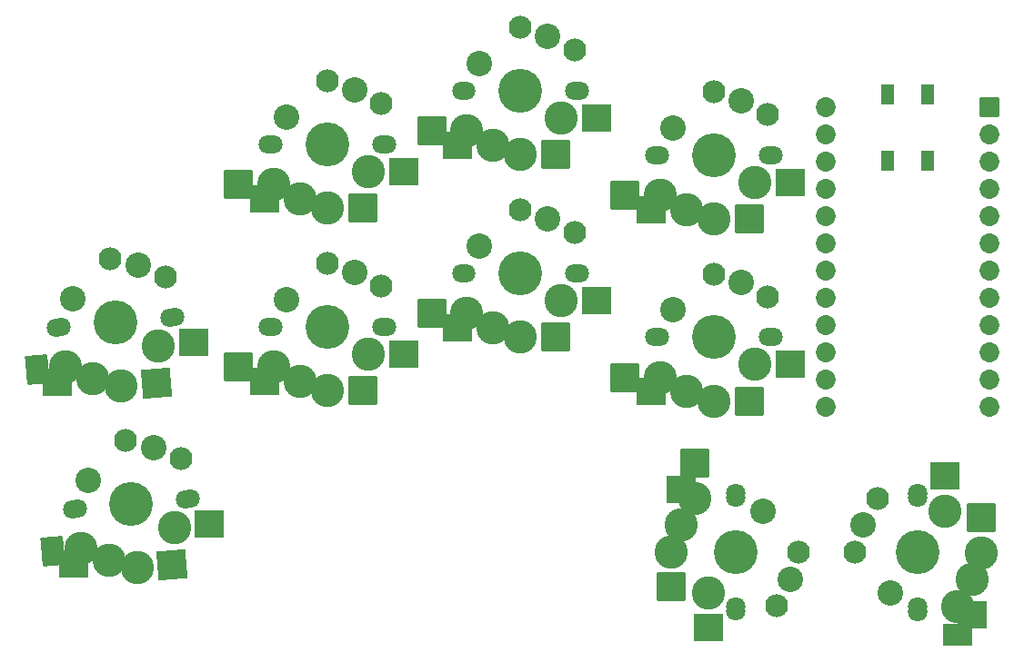
<source format=gbr>
%TF.GenerationSoftware,KiCad,Pcbnew,6.0.0-rc2*%
%TF.CreationDate,2021-12-17T22:08:25+01:00*%
%TF.ProjectId,nano0,6e616e6f-302e-46b6-9963-61645f706362,VERSION_HERE*%
%TF.SameCoordinates,Original*%
%TF.FileFunction,Soldermask,Bot*%
%TF.FilePolarity,Negative*%
%FSLAX46Y46*%
G04 Gerber Fmt 4.6, Leading zero omitted, Abs format (unit mm)*
G04 Created by KiCad (PCBNEW 6.0.0-rc2) date 2021-12-17 22:08:25*
%MOMM*%
%LPD*%
G01*
G04 APERTURE LIST*
G04 Aperture macros list*
%AMRoundRect*
0 Rectangle with rounded corners*
0 $1 Rounding radius*
0 $2 $3 $4 $5 $6 $7 $8 $9 X,Y pos of 4 corners*
0 Add a 4 corners polygon primitive as box body*
4,1,4,$2,$3,$4,$5,$6,$7,$8,$9,$2,$3,0*
0 Add four circle primitives for the rounded corners*
1,1,$1+$1,$2,$3*
1,1,$1+$1,$4,$5*
1,1,$1+$1,$6,$7*
1,1,$1+$1,$8,$9*
0 Add four rect primitives between the rounded corners*
20,1,$1+$1,$2,$3,$4,$5,0*
20,1,$1+$1,$4,$5,$6,$7,0*
20,1,$1+$1,$6,$7,$8,$9,0*
20,1,$1+$1,$8,$9,$2,$3,0*%
G04 Aperture macros list end*
%ADD10RoundRect,0.050000X0.550000X-0.900000X0.550000X0.900000X-0.550000X0.900000X-0.550000X-0.900000X0*%
%ADD11C,3.529000*%
%ADD12C,1.801800*%
%ADD13C,2.132000*%
%ADD14C,4.087800*%
%ADD15C,2.386000*%
%ADD16C,3.100000*%
%ADD17RoundRect,0.050000X1.181751X1.408356X-1.408356X1.181751X-1.181751X-1.408356X1.408356X-1.181751X0*%
%ADD18RoundRect,0.050000X0.882892X1.382209X-1.109497X1.207897X-0.882892X-1.382209X1.109497X-1.207897X0*%
%ADD19RoundRect,0.050000X1.275000X1.250000X-1.275000X1.250000X-1.275000X-1.250000X1.275000X-1.250000X0*%
%ADD20RoundRect,0.050000X1.300000X1.300000X-1.300000X1.300000X-1.300000X-1.300000X1.300000X-1.300000X0*%
%ADD21RoundRect,0.050000X1.300000X-1.300000X1.300000X1.300000X-1.300000X1.300000X-1.300000X-1.300000X0*%
%ADD22RoundRect,0.050000X-1.300000X1.300000X-1.300000X-1.300000X1.300000X-1.300000X1.300000X1.300000X0*%
%ADD23RoundRect,0.050000X-1.300000X1.000000X-1.300000X-1.000000X1.300000X-1.000000X1.300000X1.000000X0*%
%ADD24RoundRect,0.050000X-0.876300X0.876300X-0.876300X-0.876300X0.876300X-0.876300X0.876300X0.876300X0*%
%ADD25C,1.852600*%
G04 APERTURE END LIST*
D10*
%TO.C,B1*%
X248992000Y-123750000D03*
X248992000Y-117550000D03*
X245292000Y-123750000D03*
X245292000Y-117550000D03*
%TD*%
D11*
%TO.C,S1*%
X174893365Y-155708351D03*
D12*
X180372436Y-155228994D03*
X169414294Y-156187708D03*
D13*
X179543147Y-151487032D03*
X174379146Y-149830802D03*
%TD*%
D14*
%TO.C,S2*%
X174893365Y-155708351D03*
D12*
X179954034Y-155265600D03*
X169832696Y-156151102D03*
D15*
X176980948Y-150426306D03*
X170876488Y-153510080D03*
%TD*%
D11*
%TO.C,S3*%
X174893365Y-155708351D03*
D12*
X169414294Y-156187708D03*
X180372436Y-155228994D03*
D16*
X170239226Y-159879860D03*
X175411942Y-161635709D03*
D17*
X178674479Y-161350274D03*
D18*
X167574405Y-160113002D03*
%TD*%
D14*
%TO.C,S4*%
X174893365Y-155708351D03*
D12*
X169832696Y-156151102D03*
X179954034Y-155265600D03*
D16*
X172805782Y-160990396D03*
X178910242Y-157906622D03*
D19*
X182172780Y-157621187D03*
X169516347Y-161278184D03*
%TD*%
D11*
%TO.C,S5*%
X173411717Y-138773041D03*
D12*
X178890788Y-138293684D03*
X167932646Y-139252398D03*
D13*
X178061499Y-134551722D03*
X172897498Y-132895492D03*
%TD*%
D14*
%TO.C,S6*%
X173411717Y-138773041D03*
D12*
X178472386Y-138330290D03*
X168351048Y-139215792D03*
D15*
X175499300Y-133490996D03*
X169394840Y-136574770D03*
%TD*%
D11*
%TO.C,S7*%
X173411717Y-138773041D03*
D12*
X167932646Y-139252398D03*
X178890788Y-138293684D03*
D16*
X168757578Y-142944550D03*
X173930294Y-144700399D03*
D17*
X177192831Y-144414964D03*
D18*
X166092757Y-143177692D03*
%TD*%
D14*
%TO.C,S8*%
X173411717Y-138773041D03*
D12*
X168351048Y-139215792D03*
X178472386Y-138330290D03*
D16*
X171324134Y-144055086D03*
X177428594Y-140971312D03*
D19*
X180691132Y-140685877D03*
X168034699Y-144342874D03*
%TD*%
D11*
%TO.C,S9*%
X193132000Y-139174000D03*
D12*
X198632000Y-139174000D03*
X187632000Y-139174000D03*
D13*
X198132000Y-135374000D03*
X193132000Y-133274000D03*
%TD*%
D14*
%TO.C,S10*%
X193132000Y-139174000D03*
D12*
X198212000Y-139174000D03*
X188052000Y-139174000D03*
D15*
X195672000Y-134094000D03*
X189322000Y-136634000D03*
%TD*%
D11*
%TO.C,S11*%
X193132000Y-139174000D03*
D12*
X187632000Y-139174000D03*
X198632000Y-139174000D03*
D16*
X188132000Y-142924000D03*
X193132000Y-145124000D03*
D20*
X196407000Y-145124000D03*
X184857000Y-142924000D03*
%TD*%
D14*
%TO.C,S12*%
X193132000Y-139174000D03*
D12*
X188052000Y-139174000D03*
X198212000Y-139174000D03*
D16*
X190592000Y-144254000D03*
X196942000Y-141714000D03*
D19*
X200217000Y-141714000D03*
X187290000Y-144254000D03*
%TD*%
D11*
%TO.C,S13*%
X193132000Y-122174000D03*
D12*
X198632000Y-122174000D03*
X187632000Y-122174000D03*
D13*
X198132000Y-118374000D03*
X193132000Y-116274000D03*
%TD*%
D14*
%TO.C,S14*%
X193132000Y-122174000D03*
D12*
X198212000Y-122174000D03*
X188052000Y-122174000D03*
D15*
X195672000Y-117094000D03*
X189322000Y-119634000D03*
%TD*%
D11*
%TO.C,S15*%
X193132000Y-122174000D03*
D12*
X187632000Y-122174000D03*
X198632000Y-122174000D03*
D16*
X188132000Y-125924000D03*
X193132000Y-128124000D03*
D20*
X196407000Y-128124000D03*
X184857000Y-125924000D03*
%TD*%
D14*
%TO.C,S16*%
X193132000Y-122174000D03*
D12*
X188052000Y-122174000D03*
X198212000Y-122174000D03*
D16*
X190592000Y-127254000D03*
X196942000Y-124714000D03*
D19*
X200217000Y-124714000D03*
X187290000Y-127254000D03*
%TD*%
D11*
%TO.C,S17*%
X211132000Y-134174000D03*
D12*
X216632000Y-134174000D03*
X205632000Y-134174000D03*
D13*
X216132000Y-130374000D03*
X211132000Y-128274000D03*
%TD*%
D14*
%TO.C,S18*%
X211132000Y-134174000D03*
D12*
X216212000Y-134174000D03*
X206052000Y-134174000D03*
D15*
X213672000Y-129094000D03*
X207322000Y-131634000D03*
%TD*%
D11*
%TO.C,S19*%
X211132000Y-134174000D03*
D12*
X205632000Y-134174000D03*
X216632000Y-134174000D03*
D16*
X206132000Y-137924000D03*
X211132000Y-140124000D03*
D20*
X214407000Y-140124000D03*
X202857000Y-137924000D03*
%TD*%
D14*
%TO.C,S20*%
X211132000Y-134174000D03*
D12*
X206052000Y-134174000D03*
X216212000Y-134174000D03*
D16*
X208592000Y-139254000D03*
X214942000Y-136714000D03*
D19*
X218217000Y-136714000D03*
X205290000Y-139254000D03*
%TD*%
D11*
%TO.C,S21*%
X211132000Y-117174000D03*
D12*
X216632000Y-117174000D03*
X205632000Y-117174000D03*
D13*
X216132000Y-113374000D03*
X211132000Y-111274000D03*
%TD*%
D14*
%TO.C,S22*%
X211132000Y-117174000D03*
D12*
X216212000Y-117174000D03*
X206052000Y-117174000D03*
D15*
X213672000Y-112094000D03*
X207322000Y-114634000D03*
%TD*%
D11*
%TO.C,S23*%
X211132000Y-117174000D03*
D12*
X205632000Y-117174000D03*
X216632000Y-117174000D03*
D16*
X206132000Y-120924000D03*
X211132000Y-123124000D03*
D20*
X214407000Y-123124000D03*
X202857000Y-120924000D03*
%TD*%
D14*
%TO.C,S24*%
X211132000Y-117174000D03*
D12*
X206052000Y-117174000D03*
X216212000Y-117174000D03*
D16*
X208592000Y-122254000D03*
X214942000Y-119714000D03*
D19*
X218217000Y-119714000D03*
X205290000Y-122254000D03*
%TD*%
D11*
%TO.C,S25*%
X229132000Y-140174000D03*
D12*
X234632000Y-140174000D03*
X223632000Y-140174000D03*
D13*
X234132000Y-136374000D03*
X229132000Y-134274000D03*
%TD*%
D14*
%TO.C,S26*%
X229132000Y-140174000D03*
D12*
X234212000Y-140174000D03*
X224052000Y-140174000D03*
D15*
X231672000Y-135094000D03*
X225322000Y-137634000D03*
%TD*%
D11*
%TO.C,S27*%
X229132000Y-140174000D03*
D12*
X223632000Y-140174000D03*
X234632000Y-140174000D03*
D16*
X224132000Y-143924000D03*
X229132000Y-146124000D03*
D20*
X232407000Y-146124000D03*
X220857000Y-143924000D03*
%TD*%
D14*
%TO.C,S28*%
X229132000Y-140174000D03*
D12*
X224052000Y-140174000D03*
X234212000Y-140174000D03*
D16*
X226592000Y-145254000D03*
X232942000Y-142714000D03*
D19*
X236217000Y-142714000D03*
X223290000Y-145254000D03*
%TD*%
D11*
%TO.C,S29*%
X229132000Y-123174000D03*
D12*
X234632000Y-123174000D03*
X223632000Y-123174000D03*
D13*
X234132000Y-119374000D03*
X229132000Y-117274000D03*
%TD*%
D14*
%TO.C,S30*%
X229132000Y-123174000D03*
D12*
X234212000Y-123174000D03*
X224052000Y-123174000D03*
D15*
X231672000Y-118094000D03*
X225322000Y-120634000D03*
%TD*%
D11*
%TO.C,S31*%
X229132000Y-123174000D03*
D12*
X223632000Y-123174000D03*
X234632000Y-123174000D03*
D16*
X224132000Y-126924000D03*
X229132000Y-129124000D03*
D20*
X232407000Y-129124000D03*
X220857000Y-126924000D03*
%TD*%
D14*
%TO.C,S32*%
X229132000Y-123174000D03*
D12*
X224052000Y-123174000D03*
X234212000Y-123174000D03*
D16*
X226592000Y-128254000D03*
X232942000Y-125714000D03*
D19*
X236217000Y-125714000D03*
X223290000Y-128254000D03*
%TD*%
D11*
%TO.C,S33*%
X231132000Y-160174000D03*
D12*
X231132000Y-165674000D03*
X231132000Y-154674000D03*
D13*
X234932000Y-165174000D03*
X237032000Y-160174000D03*
%TD*%
D14*
%TO.C,S34*%
X231132000Y-160174000D03*
D12*
X231132000Y-165254000D03*
X231132000Y-155094000D03*
D15*
X236212000Y-162714000D03*
X233672000Y-156364000D03*
%TD*%
D11*
%TO.C,S35*%
X231132000Y-160174000D03*
D12*
X231132000Y-154674000D03*
X231132000Y-165674000D03*
D16*
X227382000Y-155174000D03*
X225182000Y-160174000D03*
D21*
X225182000Y-163449000D03*
X227382000Y-151899000D03*
%TD*%
D14*
%TO.C,S36*%
X231132000Y-160174000D03*
D12*
X231132000Y-155094000D03*
X231132000Y-165254000D03*
D16*
X226052000Y-157634000D03*
X228592000Y-163984000D03*
D19*
X228592000Y-167259000D03*
X226052000Y-154332000D03*
%TD*%
D11*
%TO.C,S37*%
X248132000Y-160174000D03*
D12*
X248132000Y-154674000D03*
X248132000Y-165674000D03*
D13*
X244332000Y-155174000D03*
X242232000Y-160174000D03*
%TD*%
D14*
%TO.C,S38*%
X248132000Y-160174000D03*
D12*
X248132000Y-155094000D03*
X248132000Y-165254000D03*
D15*
X243052000Y-157634000D03*
X245592000Y-163984000D03*
%TD*%
D11*
%TO.C,S39*%
X248065600Y-160254000D03*
D12*
X248065600Y-165754000D03*
X248065600Y-154754000D03*
D16*
X251815600Y-165254000D03*
X254015600Y-160254000D03*
D22*
X254015600Y-156979000D03*
D23*
X251815600Y-167929000D03*
%TD*%
D14*
%TO.C,S40*%
X248132000Y-160174000D03*
D12*
X248132000Y-165254000D03*
X248132000Y-155094000D03*
D16*
X253212000Y-162714000D03*
X250672000Y-156364000D03*
D19*
X250672000Y-153089000D03*
X253212000Y-166016000D03*
%TD*%
D24*
%TO.C,MCU1*%
X254802000Y-118704000D03*
D25*
X254802000Y-121244000D03*
X254802000Y-123784000D03*
X254802000Y-126324000D03*
X254802000Y-128864000D03*
X254802000Y-131404000D03*
X254802000Y-133944000D03*
X254802000Y-136484000D03*
X254802000Y-139024000D03*
X254802000Y-141564000D03*
X254802000Y-144104000D03*
X254802000Y-146644000D03*
X239562000Y-118704000D03*
X239562000Y-121244000D03*
X239562000Y-123784000D03*
X239562000Y-126324000D03*
X239562000Y-128864000D03*
X239562000Y-131404000D03*
X239562000Y-133944000D03*
X239562000Y-136484000D03*
X239562000Y-139024000D03*
X239562000Y-141564000D03*
X239562000Y-144104000D03*
X239562000Y-146644000D03*
%TD*%
M02*

</source>
